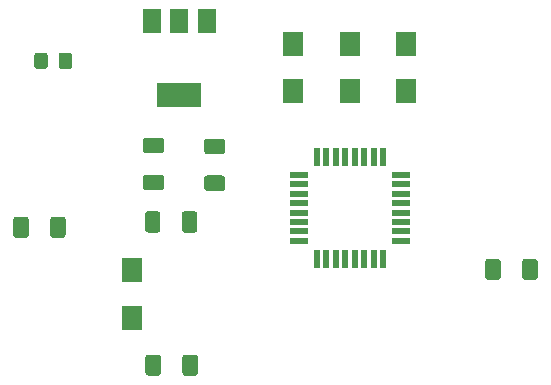
<source format=gtp>
G04 #@! TF.GenerationSoftware,KiCad,Pcbnew,5.99.0+really5.1.10+dfsg1-1*
G04 #@! TF.CreationDate,2022-06-24T16:38:05+05:30*
G04 #@! TF.ProjectId,AB1-4_display,4142312d-345f-4646-9973-706c61792e6b,rev?*
G04 #@! TF.SameCoordinates,Original*
G04 #@! TF.FileFunction,Paste,Top*
G04 #@! TF.FilePolarity,Positive*
%FSLAX46Y46*%
G04 Gerber Fmt 4.6, Leading zero omitted, Abs format (unit mm)*
G04 Created by KiCad (PCBNEW 5.99.0+really5.1.10+dfsg1-1) date 2022-06-24 16:38:05*
%MOMM*%
%LPD*%
G01*
G04 APERTURE LIST*
%ADD10R,1.500000X0.550000*%
%ADD11R,0.550000X1.500000*%
%ADD12R,1.700000X2.000000*%
%ADD13R,3.800000X2.000000*%
%ADD14R,1.500000X2.000000*%
G04 APERTURE END LIST*
G04 #@! TO.C,C1*
G36*
G01*
X62238460Y-38544261D02*
X62238460Y-37244259D01*
G75*
G02*
X62488459Y-36994260I249999J0D01*
G01*
X63313461Y-36994260D01*
G75*
G02*
X63563460Y-37244259I0J-249999D01*
G01*
X63563460Y-38544261D01*
G75*
G02*
X63313461Y-38794260I-249999J0D01*
G01*
X62488459Y-38794260D01*
G75*
G02*
X62238460Y-38544261I0J249999D01*
G01*
G37*
G36*
G01*
X59113460Y-38544261D02*
X59113460Y-37244259D01*
G75*
G02*
X59363459Y-36994260I249999J0D01*
G01*
X60188461Y-36994260D01*
G75*
G02*
X60438460Y-37244259I0J-249999D01*
G01*
X60438460Y-38544261D01*
G75*
G02*
X60188461Y-38794260I-249999J0D01*
G01*
X59363459Y-38794260D01*
G75*
G02*
X59113460Y-38544261I0J249999D01*
G01*
G37*
G04 #@! TD*
G04 #@! TO.C,C2*
G36*
G01*
X19149100Y-34978101D02*
X19149100Y-33678099D01*
G75*
G02*
X19399099Y-33428100I249999J0D01*
G01*
X20224101Y-33428100D01*
G75*
G02*
X20474100Y-33678099I0J-249999D01*
G01*
X20474100Y-34978101D01*
G75*
G02*
X20224101Y-35228100I-249999J0D01*
G01*
X19399099Y-35228100D01*
G75*
G02*
X19149100Y-34978101I0J249999D01*
G01*
G37*
G36*
G01*
X22274100Y-34978101D02*
X22274100Y-33678099D01*
G75*
G02*
X22524099Y-33428100I249999J0D01*
G01*
X23349101Y-33428100D01*
G75*
G02*
X23599100Y-33678099I0J-249999D01*
G01*
X23599100Y-34978101D01*
G75*
G02*
X23349101Y-35228100I-249999J0D01*
G01*
X22524099Y-35228100D01*
G75*
G02*
X22274100Y-34978101I0J249999D01*
G01*
G37*
G04 #@! TD*
G04 #@! TO.C,C3*
G36*
G01*
X30388799Y-29856000D02*
X31688801Y-29856000D01*
G75*
G02*
X31938800Y-30105999I0J-249999D01*
G01*
X31938800Y-30931001D01*
G75*
G02*
X31688801Y-31181000I-249999J0D01*
G01*
X30388799Y-31181000D01*
G75*
G02*
X30138800Y-30931001I0J249999D01*
G01*
X30138800Y-30105999D01*
G75*
G02*
X30388799Y-29856000I249999J0D01*
G01*
G37*
G36*
G01*
X30388799Y-26731000D02*
X31688801Y-26731000D01*
G75*
G02*
X31938800Y-26980999I0J-249999D01*
G01*
X31938800Y-27806001D01*
G75*
G02*
X31688801Y-28056000I-249999J0D01*
G01*
X30388799Y-28056000D01*
G75*
G02*
X30138800Y-27806001I0J249999D01*
G01*
X30138800Y-26980999D01*
G75*
G02*
X30388799Y-26731000I249999J0D01*
G01*
G37*
G04 #@! TD*
G04 #@! TO.C,C4*
G36*
G01*
X35557699Y-26807200D02*
X36857701Y-26807200D01*
G75*
G02*
X37107700Y-27057199I0J-249999D01*
G01*
X37107700Y-27882201D01*
G75*
G02*
X36857701Y-28132200I-249999J0D01*
G01*
X35557699Y-28132200D01*
G75*
G02*
X35307700Y-27882201I0J249999D01*
G01*
X35307700Y-27057199D01*
G75*
G02*
X35557699Y-26807200I249999J0D01*
G01*
G37*
G36*
G01*
X35557699Y-29932200D02*
X36857701Y-29932200D01*
G75*
G02*
X37107700Y-30182199I0J-249999D01*
G01*
X37107700Y-31007201D01*
G75*
G02*
X36857701Y-31257200I-249999J0D01*
G01*
X35557699Y-31257200D01*
G75*
G02*
X35307700Y-31007201I0J249999D01*
G01*
X35307700Y-30182199D01*
G75*
G02*
X35557699Y-29932200I249999J0D01*
G01*
G37*
G04 #@! TD*
G04 #@! TO.C,C6*
G36*
G01*
X34749700Y-33220899D02*
X34749700Y-34520901D01*
G75*
G02*
X34499701Y-34770900I-249999J0D01*
G01*
X33674699Y-34770900D01*
G75*
G02*
X33424700Y-34520901I0J249999D01*
G01*
X33424700Y-33220899D01*
G75*
G02*
X33674699Y-32970900I249999J0D01*
G01*
X34499701Y-32970900D01*
G75*
G02*
X34749700Y-33220899I0J-249999D01*
G01*
G37*
G36*
G01*
X31624700Y-33220899D02*
X31624700Y-34520901D01*
G75*
G02*
X31374701Y-34770900I-249999J0D01*
G01*
X30549699Y-34770900D01*
G75*
G02*
X30299700Y-34520901I0J249999D01*
G01*
X30299700Y-33220899D01*
G75*
G02*
X30549699Y-32970900I249999J0D01*
G01*
X31374701Y-32970900D01*
G75*
G02*
X31624700Y-33220899I0J-249999D01*
G01*
G37*
G04 #@! TD*
G04 #@! TO.C,C7*
G36*
G01*
X31675500Y-45349399D02*
X31675500Y-46649401D01*
G75*
G02*
X31425501Y-46899400I-249999J0D01*
G01*
X30600499Y-46899400D01*
G75*
G02*
X30350500Y-46649401I0J249999D01*
G01*
X30350500Y-45349399D01*
G75*
G02*
X30600499Y-45099400I249999J0D01*
G01*
X31425501Y-45099400D01*
G75*
G02*
X31675500Y-45349399I0J-249999D01*
G01*
G37*
G36*
G01*
X34800500Y-45349399D02*
X34800500Y-46649401D01*
G75*
G02*
X34550501Y-46899400I-249999J0D01*
G01*
X33725499Y-46899400D01*
G75*
G02*
X33475500Y-46649401I0J249999D01*
G01*
X33475500Y-45349399D01*
G75*
G02*
X33725499Y-45099400I249999J0D01*
G01*
X34550501Y-45099400D01*
G75*
G02*
X34800500Y-45349399I0J-249999D01*
G01*
G37*
G04 #@! TD*
G04 #@! TO.C,F1*
G36*
G01*
X20942500Y-20681101D02*
X20942500Y-19781099D01*
G75*
G02*
X21192499Y-19531100I249999J0D01*
G01*
X21842501Y-19531100D01*
G75*
G02*
X22092500Y-19781099I0J-249999D01*
G01*
X22092500Y-20681101D01*
G75*
G02*
X21842501Y-20931100I-249999J0D01*
G01*
X21192499Y-20931100D01*
G75*
G02*
X20942500Y-20681101I0J249999D01*
G01*
G37*
G36*
G01*
X22992500Y-20681101D02*
X22992500Y-19781099D01*
G75*
G02*
X23242499Y-19531100I249999J0D01*
G01*
X23892501Y-19531100D01*
G75*
G02*
X24142500Y-19781099I0J-249999D01*
G01*
X24142500Y-20681101D01*
G75*
G02*
X23892501Y-20931100I-249999J0D01*
G01*
X23242499Y-20931100D01*
G75*
G02*
X22992500Y-20681101I0J249999D01*
G01*
G37*
G04 #@! TD*
D10*
G04 #@! TO.C,IC1*
X43363100Y-29877100D03*
X43363100Y-30677100D03*
X43363100Y-31477100D03*
X43363100Y-32277100D03*
X43363100Y-33077100D03*
X43363100Y-33877100D03*
X43363100Y-34677100D03*
X43363100Y-35477100D03*
D11*
X44863100Y-36977100D03*
X45663100Y-36977100D03*
X46463100Y-36977100D03*
X47263100Y-36977100D03*
X48063100Y-36977100D03*
X48863100Y-36977100D03*
X49663100Y-36977100D03*
X50463100Y-36977100D03*
D10*
X51963100Y-35477100D03*
X51963100Y-34677100D03*
X51963100Y-33877100D03*
X51963100Y-33077100D03*
X51963100Y-32277100D03*
X51963100Y-31477100D03*
X51963100Y-30677100D03*
X51963100Y-29877100D03*
D11*
X50463100Y-28377100D03*
X49663100Y-28377100D03*
X48863100Y-28377100D03*
X48063100Y-28377100D03*
X47263100Y-28377100D03*
X46463100Y-28377100D03*
X45663100Y-28377100D03*
X44863100Y-28377100D03*
G04 #@! TD*
D12*
G04 #@! TO.C,R1*
X29197300Y-41979600D03*
X29197300Y-37979600D03*
G04 #@! TD*
G04 #@! TO.C,R6*
X52374800Y-22815300D03*
X52374800Y-18815300D03*
G04 #@! TD*
G04 #@! TO.C,R7*
X47675800Y-18815300D03*
X47675800Y-22815300D03*
G04 #@! TD*
G04 #@! TO.C,R8*
X42824400Y-18764500D03*
X42824400Y-22764500D03*
G04 #@! TD*
D13*
G04 #@! TO.C,U1*
X33223200Y-23152500D03*
D14*
X33223200Y-16852500D03*
X30923200Y-16852500D03*
X35523200Y-16852500D03*
G04 #@! TD*
M02*

</source>
